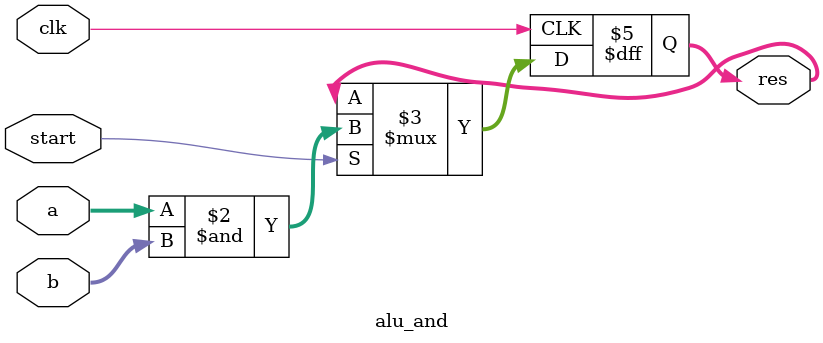
<source format=v>
`timescale 1ns/1ps

module alu_and(input clk, input [7:0] a, b, input start, output reg [15:0] res);
    always @(posedge clk) begin
        if (start)
            res <= a & b;
    end
endmodule
</source>
